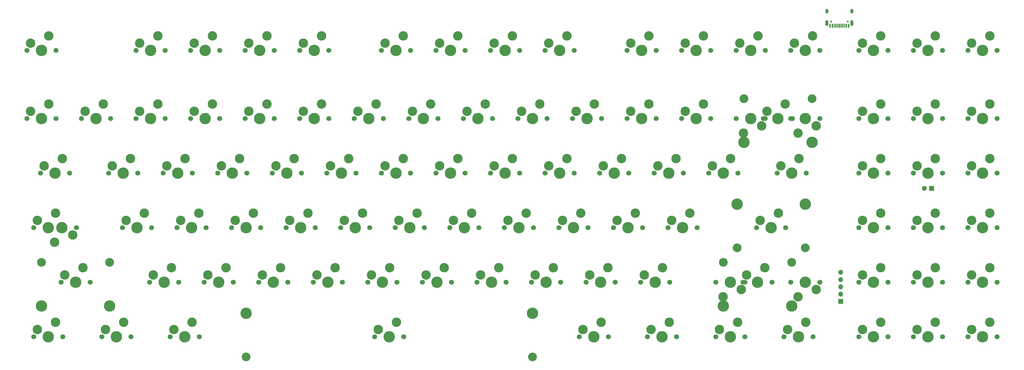
<source format=gbr>
%TF.GenerationSoftware,KiCad,Pcbnew,(6.0.6)*%
%TF.CreationDate,2023-03-24T21:40:06+11:00*%
%TF.ProjectId,fuyu,66757975-2e6b-4696-9361-645f70636258,rev?*%
%TF.SameCoordinates,Original*%
%TF.FileFunction,Soldermask,Top*%
%TF.FilePolarity,Negative*%
%FSLAX46Y46*%
G04 Gerber Fmt 4.6, Leading zero omitted, Abs format (unit mm)*
G04 Created by KiCad (PCBNEW (6.0.6)) date 2023-03-24 21:40:06*
%MOMM*%
%LPD*%
G01*
G04 APERTURE LIST*
%ADD10C,3.987800*%
%ADD11C,3.048000*%
%ADD12O,1.000000X1.600000*%
%ADD13O,1.000000X2.100000*%
%ADD14R,0.600000X1.450000*%
%ADD15R,0.300000X1.450000*%
%ADD16C,0.650000*%
%ADD17R,1.700000X1.700000*%
%ADD18O,1.700000X1.700000*%
%ADD19C,3.300000*%
%ADD20C,1.750000*%
G04 APERTURE END LIST*
D10*
%TO.C,S4*%
X238125000Y-89217500D03*
D11*
X261937500Y-73977500D03*
X238125000Y-73977500D03*
D10*
X261937500Y-89217500D03*
%TD*%
D11*
%TO.C,S3*%
X23812500Y-73977500D03*
D10*
X23812500Y-89217500D03*
D11*
X0Y-73977500D03*
D10*
X0Y-89217500D03*
%TD*%
D11*
%TO.C,S1*%
X245268750Y-16827500D03*
D10*
X245268750Y-32067500D03*
X269081250Y-32067500D03*
D11*
X269081250Y-16827500D03*
%TD*%
%TO.C,S5*%
X171450000Y-106997500D03*
X71437500Y-106997500D03*
D10*
X71437500Y-91757500D03*
X171450000Y-91757500D03*
%TD*%
D12*
%TO.C,J2*%
X274286250Y13750000D03*
D13*
X282926250Y9570000D03*
D12*
X282926250Y13750000D03*
D13*
X274286250Y9570000D03*
D14*
X281856250Y8655000D03*
X281056250Y8655000D03*
D15*
X280356250Y8655000D03*
X279356250Y8655000D03*
X277856250Y8655000D03*
X276856250Y8655000D03*
D14*
X276156250Y8655000D03*
X275356250Y8655000D03*
X275356250Y8655000D03*
X276156250Y8655000D03*
D15*
X277356250Y8655000D03*
X278356250Y8655000D03*
X278856250Y8655000D03*
X279856250Y8655000D03*
D14*
X281056250Y8655000D03*
X281856250Y8655000D03*
D16*
X275716250Y10100000D03*
X281496250Y10100000D03*
%TD*%
D11*
%TO.C,S2*%
X242887500Y-68897500D03*
X266700000Y-68897500D03*
D10*
X242887500Y-53657500D03*
X266700000Y-53657500D03*
%TD*%
D17*
%TO.C,J1*%
X279110000Y-87620000D03*
D18*
X279110000Y-85080000D03*
X279110000Y-82540000D03*
X279110000Y-80000000D03*
X279110000Y-77460000D03*
%TD*%
D19*
%TO.C,SW92*%
X195421250Y-94932500D03*
X189071250Y-97472500D03*
D20*
X197961250Y-100012500D03*
D10*
X192881250Y-100012500D03*
D20*
X187801250Y-100012500D03*
%TD*%
D19*
%TO.C,SW67*%
X257333750Y-56832500D03*
X250983750Y-59372500D03*
D10*
X254793750Y-61912500D03*
D20*
X259873750Y-61912500D03*
X249713750Y-61912500D03*
%TD*%
D19*
%TO.C,SW96*%
X293052500Y-94932500D03*
X286702500Y-97472500D03*
D20*
X285432500Y-100012500D03*
D10*
X290512500Y-100012500D03*
D20*
X295592500Y-100012500D03*
%TD*%
D19*
%TO.C,SW86*%
X312102500Y-75882500D03*
X305752500Y-78422500D03*
D20*
X314642500Y-80962500D03*
D10*
X309562500Y-80962500D03*
D20*
X304482500Y-80962500D03*
%TD*%
D19*
%TO.C,SW29*%
X212090000Y-18732500D03*
X205740000Y-21272500D03*
D20*
X214630000Y-23812500D03*
D10*
X209550000Y-23812500D03*
D20*
X204470000Y-23812500D03*
%TD*%
D19*
%TO.C,SW42*%
X107315000Y-37782500D03*
X100965000Y-40322500D03*
D20*
X109855000Y-42862500D03*
D10*
X104775000Y-42862500D03*
D20*
X99695000Y-42862500D03*
%TD*%
D19*
%TO.C,SW3*%
X40640000Y5080000D03*
X34290000Y2540000D03*
D10*
X38100000Y0D03*
D20*
X33020000Y0D03*
X43180000Y0D03*
%TD*%
D19*
%TO.C,SW11*%
X212090000Y5080000D03*
X205740000Y2540000D03*
D20*
X204470000Y0D03*
X214630000Y0D03*
D10*
X209550000Y0D03*
%TD*%
D19*
%TO.C,SW28*%
X193040000Y-18732500D03*
X186690000Y-21272500D03*
D10*
X190500000Y-23812500D03*
D20*
X195580000Y-23812500D03*
X185420000Y-23812500D03*
%TD*%
D19*
%TO.C,SW35*%
X312102500Y-18732500D03*
X305752500Y-21272500D03*
D20*
X304482500Y-23812500D03*
D10*
X309562500Y-23812500D03*
D20*
X314642500Y-23812500D03*
%TD*%
D19*
%TO.C,SW36*%
X331152500Y-18732500D03*
X324802500Y-21272500D03*
D20*
X333692500Y-23812500D03*
D10*
X328612500Y-23812500D03*
D20*
X323532500Y-23812500D03*
%TD*%
D19*
%TO.C,SW12*%
X231140000Y5080000D03*
X224790000Y2540000D03*
D20*
X233680000Y0D03*
X223520000Y0D03*
D10*
X228600000Y0D03*
%TD*%
D19*
%TO.C,SW59*%
X93027500Y-56832500D03*
X86677500Y-59372500D03*
D10*
X90487500Y-61912500D03*
D20*
X95567500Y-61912500D03*
X85407500Y-61912500D03*
%TD*%
D19*
%TO.C,SW72*%
X45402500Y-75882500D03*
X39052500Y-78422500D03*
D20*
X47942500Y-80962500D03*
D10*
X42862500Y-80962500D03*
D20*
X37782500Y-80962500D03*
%TD*%
D19*
%TO.C,SW9*%
X164465000Y5080000D03*
X158115000Y2540000D03*
D20*
X156845000Y0D03*
X167005000Y0D03*
D10*
X161925000Y0D03*
%TD*%
D19*
%TO.C,SW69*%
X312102500Y-56832500D03*
X305752500Y-59372500D03*
D20*
X304482500Y-61912500D03*
X314642500Y-61912500D03*
D10*
X309562500Y-61912500D03*
%TD*%
D19*
%TO.C,SW87*%
X331152500Y-75882500D03*
X324802500Y-78422500D03*
D20*
X333692500Y-80962500D03*
X323532500Y-80962500D03*
D10*
X328612500Y-80962500D03*
%TD*%
D19*
%TO.C,SW48*%
X221615000Y-37782500D03*
X215265000Y-40322500D03*
D10*
X219075000Y-42862500D03*
D20*
X224155000Y-42862500D03*
X213995000Y-42862500D03*
%TD*%
D19*
%TO.C,SW40*%
X69215000Y-37782500D03*
X62865000Y-40322500D03*
D20*
X61595000Y-42862500D03*
X71755000Y-42862500D03*
D10*
X66675000Y-42862500D03*
%TD*%
D19*
%TO.C,SW17*%
X331152500Y5080000D03*
X324802500Y2540000D03*
D10*
X328612500Y0D03*
D20*
X333692500Y0D03*
X323532500Y0D03*
%TD*%
D19*
%TO.C,SW7*%
X126365000Y5080000D03*
X120015000Y2540000D03*
D10*
X123825000Y0D03*
D20*
X118745000Y0D03*
X128905000Y0D03*
%TD*%
D19*
%TO.C,SW26*%
X154940000Y-18732500D03*
X148590000Y-21272500D03*
D10*
X152400000Y-23812500D03*
D20*
X157480000Y-23812500D03*
X147320000Y-23812500D03*
%TD*%
D19*
%TO.C,SW30*%
X231140000Y-18732500D03*
X224790000Y-21272500D03*
D10*
X228600000Y-23812500D03*
D20*
X223520000Y-23812500D03*
X233680000Y-23812500D03*
%TD*%
D19*
%TO.C,SW93*%
X219233750Y-94932500D03*
X212883750Y-97472500D03*
D20*
X211613750Y-100012500D03*
D10*
X216693750Y-100012500D03*
D20*
X221773750Y-100012500D03*
%TD*%
D19*
%TO.C,SW14*%
X269240000Y5080000D03*
X262890000Y2540000D03*
D20*
X271780000Y0D03*
X261620000Y0D03*
D10*
X266700000Y0D03*
%TD*%
D19*
%TO.C,SW64*%
X188277500Y-56832500D03*
X181927500Y-59372500D03*
D20*
X180657500Y-61912500D03*
X190817500Y-61912500D03*
D10*
X185737500Y-61912500D03*
%TD*%
D19*
%TO.C,SW94*%
X243046250Y-94932500D03*
X236696250Y-97472500D03*
D10*
X240506250Y-100012500D03*
D20*
X245586250Y-100012500D03*
X235426250Y-100012500D03*
%TD*%
D19*
%TO.C,SW24*%
X116840000Y-18732500D03*
X110490000Y-21272500D03*
D20*
X109220000Y-23812500D03*
D10*
X114300000Y-23812500D03*
D20*
X119380000Y-23812500D03*
%TD*%
D19*
%TO.C,SW88*%
X4921250Y-94932500D03*
X-1428750Y-97472500D03*
D10*
X2381250Y-100012500D03*
D20*
X7461250Y-100012500D03*
X-2698750Y-100012500D03*
%TD*%
D19*
%TO.C,SW75*%
X102552500Y-75882500D03*
X96202500Y-78422500D03*
D10*
X100012500Y-80962500D03*
D20*
X94932500Y-80962500D03*
X105092500Y-80962500D03*
%TD*%
D19*
%TO.C,SW52*%
X312102500Y-37782500D03*
X305752500Y-40322500D03*
D10*
X309562500Y-42862500D03*
D20*
X304482500Y-42862500D03*
X314642500Y-42862500D03*
%TD*%
D19*
%TO.C,SW60*%
X112077500Y-56832500D03*
X105727500Y-59372500D03*
D20*
X104457500Y-61912500D03*
X114617500Y-61912500D03*
D10*
X109537500Y-61912500D03*
%TD*%
D19*
%TO.C,SW37*%
X7302500Y-37782500D03*
X952500Y-40322500D03*
D20*
X-317500Y-42862500D03*
X9842500Y-42862500D03*
D10*
X4762500Y-42862500D03*
%TD*%
D19*
%TO.C,SW61*%
X131127500Y-56832500D03*
X124777500Y-59372500D03*
D10*
X128587500Y-61912500D03*
D20*
X123507500Y-61912500D03*
X133667500Y-61912500D03*
%TD*%
D19*
%TO.C,SW34*%
X293052500Y-18732500D03*
X286702500Y-21272500D03*
D20*
X285432500Y-23812500D03*
D10*
X290512500Y-23812500D03*
D20*
X295592500Y-23812500D03*
%TD*%
D19*
%TO.C,SW31*%
X245110000Y-28892500D03*
X251460000Y-26352500D03*
D20*
X252730000Y-23812500D03*
X242570000Y-23812500D03*
D10*
X247650000Y-23812500D03*
%TD*%
D19*
%TO.C,SW43*%
X126365000Y-37782500D03*
X120015000Y-40322500D03*
D10*
X123825000Y-42862500D03*
D20*
X128905000Y-42862500D03*
X118745000Y-42862500D03*
%TD*%
D19*
%TO.C,SW5*%
X78740000Y5080000D03*
X72390000Y2540000D03*
D10*
X76200000Y0D03*
D20*
X71120000Y0D03*
X81280000Y0D03*
%TD*%
D19*
%TO.C,SW70*%
X331152500Y-56832500D03*
X324802500Y-59372500D03*
D20*
X323532500Y-61912500D03*
D10*
X328612500Y-61912500D03*
D20*
X333692500Y-61912500D03*
%TD*%
D19*
%TO.C,SW73*%
X64452500Y-75882500D03*
X58102500Y-78422500D03*
D10*
X61912500Y-80962500D03*
D20*
X56832500Y-80962500D03*
X66992500Y-80962500D03*
%TD*%
D19*
%TO.C,SW81*%
X216852500Y-75882500D03*
X210502500Y-78422500D03*
D20*
X209232500Y-80962500D03*
X219392500Y-80962500D03*
D10*
X214312500Y-80962500D03*
%TD*%
D19*
%TO.C,SW49*%
X240665000Y-37782500D03*
X234315000Y-40322500D03*
D10*
X238125000Y-42862500D03*
D20*
X243205000Y-42862500D03*
X233045000Y-42862500D03*
%TD*%
D19*
%TO.C,SW89*%
X28733750Y-94932500D03*
X22383750Y-97472500D03*
D20*
X21113750Y-100012500D03*
D10*
X26193750Y-100012500D03*
D20*
X31273750Y-100012500D03*
%TD*%
D19*
%TO.C,SW57*%
X54927500Y-56832500D03*
X48577500Y-59372500D03*
D20*
X47307500Y-61912500D03*
X57467500Y-61912500D03*
D10*
X52387500Y-61912500D03*
%TD*%
D19*
%TO.C,SW74*%
X83502500Y-75882500D03*
X77152500Y-78422500D03*
D20*
X75882500Y-80962500D03*
D10*
X80962500Y-80962500D03*
D20*
X86042500Y-80962500D03*
%TD*%
D19*
%TO.C,SW32*%
X259715000Y-18732500D03*
X253365000Y-21272500D03*
D10*
X257175000Y-23812500D03*
D20*
X252095000Y-23812500D03*
X262255000Y-23812500D03*
%TD*%
D19*
%TO.C,SW79*%
X178752500Y-75882500D03*
X172402500Y-78422500D03*
D20*
X181292500Y-80962500D03*
D10*
X176212500Y-80962500D03*
D20*
X171132500Y-80962500D03*
%TD*%
D19*
%TO.C,SW55*%
X4603750Y-66992500D03*
X10953750Y-64452500D03*
D20*
X2063750Y-61912500D03*
D10*
X7143750Y-61912500D03*
D20*
X12223750Y-61912500D03*
%TD*%
D19*
%TO.C,SW65*%
X207327500Y-56832500D03*
X200977500Y-59372500D03*
D20*
X199707500Y-61912500D03*
X209867500Y-61912500D03*
D10*
X204787500Y-61912500D03*
%TD*%
D19*
%TO.C,SW22*%
X78740000Y-18732500D03*
X72390000Y-21272500D03*
D20*
X81280000Y-23812500D03*
D10*
X76200000Y-23812500D03*
D20*
X71120000Y-23812500D03*
%TD*%
D19*
%TO.C,SW4*%
X59690000Y5080000D03*
X53340000Y2540000D03*
D10*
X57150000Y0D03*
D20*
X52070000Y0D03*
X62230000Y0D03*
%TD*%
D19*
%TO.C,SW83*%
X252571250Y-75882500D03*
X246221250Y-78422500D03*
D20*
X244951250Y-80962500D03*
X255111250Y-80962500D03*
D10*
X250031250Y-80962500D03*
%TD*%
D19*
%TO.C,SW45*%
X164465000Y-37782500D03*
X158115000Y-40322500D03*
D20*
X167005000Y-42862500D03*
X156845000Y-42862500D03*
D10*
X161925000Y-42862500D03*
%TD*%
D19*
%TO.C,SW77*%
X140652500Y-75882500D03*
X134302500Y-78422500D03*
D10*
X138112500Y-80962500D03*
D20*
X143192500Y-80962500D03*
X133032500Y-80962500D03*
%TD*%
D19*
%TO.C,SW16*%
X312102500Y5080000D03*
X305752500Y2540000D03*
D10*
X309562500Y0D03*
D20*
X314642500Y0D03*
X304482500Y0D03*
%TD*%
D19*
%TO.C,SW98*%
X331152500Y-94932500D03*
X324802500Y-97472500D03*
D20*
X323532500Y-100012500D03*
D10*
X328612500Y-100012500D03*
D20*
X333692500Y-100012500D03*
%TD*%
D19*
%TO.C,SW58*%
X73977500Y-56832500D03*
X67627500Y-59372500D03*
D20*
X66357500Y-61912500D03*
D10*
X71437500Y-61912500D03*
D20*
X76517500Y-61912500D03*
%TD*%
D19*
%TO.C,SW78*%
X159702500Y-75882500D03*
X153352500Y-78422500D03*
D20*
X162242500Y-80962500D03*
X152082500Y-80962500D03*
D10*
X157162500Y-80962500D03*
%TD*%
D19*
%TO.C,SW47*%
X202565000Y-37782500D03*
X196215000Y-40322500D03*
D20*
X194945000Y-42862500D03*
D10*
X200025000Y-42862500D03*
D20*
X205105000Y-42862500D03*
%TD*%
D19*
%TO.C,SW25*%
X135890000Y-18732500D03*
X129540000Y-21272500D03*
D10*
X133350000Y-23812500D03*
D20*
X128270000Y-23812500D03*
X138430000Y-23812500D03*
%TD*%
D19*
%TO.C,SW44*%
X145415000Y-37782500D03*
X139065000Y-40322500D03*
D20*
X147955000Y-42862500D03*
D10*
X142875000Y-42862500D03*
D20*
X137795000Y-42862500D03*
%TD*%
D19*
%TO.C,SW13*%
X250190000Y5080000D03*
X243840000Y2540000D03*
D20*
X252730000Y0D03*
X242570000Y0D03*
D10*
X247650000Y0D03*
%TD*%
D19*
%TO.C,SW76*%
X121602500Y-75882500D03*
X115252500Y-78422500D03*
D10*
X119062500Y-80962500D03*
D20*
X124142500Y-80962500D03*
X113982500Y-80962500D03*
%TD*%
D19*
%TO.C,SW82*%
X237966250Y-86042500D03*
X244316250Y-83502500D03*
D20*
X245586250Y-80962500D03*
D10*
X240506250Y-80962500D03*
D20*
X235426250Y-80962500D03*
%TD*%
D19*
%TO.C,SW62*%
X150177500Y-56832500D03*
X143827500Y-59372500D03*
D10*
X147637500Y-61912500D03*
D20*
X152717500Y-61912500D03*
X142557500Y-61912500D03*
%TD*%
D19*
%TO.C,SW51*%
X293052500Y-37782500D03*
X286702500Y-40322500D03*
D20*
X295592500Y-42862500D03*
X285432500Y-42862500D03*
D10*
X290512500Y-42862500D03*
%TD*%
D19*
%TO.C,SW46*%
X183515000Y-37782500D03*
X177165000Y-40322500D03*
D20*
X186055000Y-42862500D03*
X175895000Y-42862500D03*
D10*
X180975000Y-42862500D03*
%TD*%
D19*
%TO.C,SW23*%
X97790000Y-18732500D03*
X91440000Y-21272500D03*
D20*
X100330000Y-23812500D03*
X90170000Y-23812500D03*
D10*
X95250000Y-23812500D03*
%TD*%
D19*
%TO.C,SW95*%
X266858750Y-94932500D03*
X260508750Y-97472500D03*
D20*
X269398750Y-100012500D03*
X259238750Y-100012500D03*
D10*
X264318750Y-100012500D03*
%TD*%
D19*
%TO.C,SW54*%
X4921250Y-56832500D03*
X-1428750Y-59372500D03*
D10*
X2381250Y-61912500D03*
D20*
X-2698750Y-61912500D03*
X7461250Y-61912500D03*
%TD*%
D19*
%TO.C,SW38*%
X31115000Y-37782500D03*
X24765000Y-40322500D03*
D20*
X23495000Y-42862500D03*
X33655000Y-42862500D03*
D10*
X28575000Y-42862500D03*
%TD*%
D19*
%TO.C,SW21*%
X59690000Y-18732500D03*
X53340000Y-21272500D03*
D20*
X62230000Y-23812500D03*
D10*
X57150000Y-23812500D03*
D20*
X52070000Y-23812500D03*
%TD*%
D19*
%TO.C,SW15*%
X293052500Y5080000D03*
X286702500Y2540000D03*
D20*
X285432500Y0D03*
X295592500Y0D03*
D10*
X290512500Y0D03*
%TD*%
D19*
%TO.C,SW80*%
X197802500Y-75882500D03*
X191452500Y-78422500D03*
D20*
X190182500Y-80962500D03*
X200342500Y-80962500D03*
D10*
X195262500Y-80962500D03*
%TD*%
D19*
%TO.C,SW8*%
X145415000Y5080000D03*
X139065000Y2540000D03*
D20*
X137795000Y0D03*
D10*
X142875000Y0D03*
D20*
X147955000Y0D03*
%TD*%
D19*
%TO.C,SW19*%
X21590000Y-18732500D03*
X15240000Y-21272500D03*
D10*
X19050000Y-23812500D03*
D20*
X24130000Y-23812500D03*
X13970000Y-23812500D03*
%TD*%
D19*
%TO.C,SW6*%
X97790000Y5080000D03*
X91440000Y2540000D03*
D20*
X90170000Y0D03*
D10*
X95250000Y0D03*
D20*
X100330000Y0D03*
%TD*%
D19*
%TO.C,SW50*%
X264477500Y-37782500D03*
X258127500Y-40322500D03*
D20*
X267017500Y-42862500D03*
D10*
X261937500Y-42862500D03*
D20*
X256857500Y-42862500D03*
%TD*%
D19*
%TO.C,SW2*%
X2540000Y5080000D03*
X-3810000Y2540000D03*
D20*
X5080000Y0D03*
X-5080000Y0D03*
D10*
X0Y0D03*
%TD*%
D19*
%TO.C,SW63*%
X169227500Y-56832500D03*
X162877500Y-59372500D03*
D20*
X171767500Y-61912500D03*
X161607500Y-61912500D03*
D10*
X166687500Y-61912500D03*
%TD*%
D19*
%TO.C,SW10*%
X183515000Y5080000D03*
X177165000Y2540000D03*
D10*
X180975000Y0D03*
D20*
X186055000Y0D03*
X175895000Y0D03*
%TD*%
D19*
%TO.C,SW71*%
X14446250Y-75882500D03*
X8096250Y-78422500D03*
D10*
X11906250Y-80962500D03*
D20*
X6826250Y-80962500D03*
X16986250Y-80962500D03*
%TD*%
D19*
%TO.C,SW33*%
X264160000Y-28892500D03*
X270510000Y-26352500D03*
D20*
X271780000Y-23812500D03*
D10*
X266700000Y-23812500D03*
D20*
X261620000Y-23812500D03*
%TD*%
D19*
%TO.C,SW91*%
X123983750Y-94932500D03*
X117633750Y-97472500D03*
D20*
X116363750Y-100012500D03*
X126523750Y-100012500D03*
D10*
X121443750Y-100012500D03*
%TD*%
D17*
%TO.C,SW1*%
X310780000Y-48225000D03*
D18*
X308240000Y-48225000D03*
%TD*%
D19*
%TO.C,SW97*%
X312102500Y-94932500D03*
X305752500Y-97472500D03*
D20*
X314642500Y-100012500D03*
X304482500Y-100012500D03*
D10*
X309562500Y-100012500D03*
%TD*%
D19*
%TO.C,SW66*%
X226377500Y-56832500D03*
X220027500Y-59372500D03*
D10*
X223837500Y-61912500D03*
D20*
X228917500Y-61912500D03*
X218757500Y-61912500D03*
%TD*%
D19*
%TO.C,SW56*%
X35877500Y-56832500D03*
X29527500Y-59372500D03*
D10*
X33337500Y-61912500D03*
D20*
X28257500Y-61912500D03*
X38417500Y-61912500D03*
%TD*%
D19*
%TO.C,SW84*%
X264160000Y-86042500D03*
X270510000Y-83502500D03*
D20*
X261620000Y-80962500D03*
D10*
X266700000Y-80962500D03*
D20*
X271780000Y-80962500D03*
%TD*%
D19*
%TO.C,SW39*%
X50165000Y-37782500D03*
X43815000Y-40322500D03*
D10*
X47625000Y-42862500D03*
D20*
X52705000Y-42862500D03*
X42545000Y-42862500D03*
%TD*%
D19*
%TO.C,SW20*%
X40640000Y-18732500D03*
X34290000Y-21272500D03*
D10*
X38100000Y-23812500D03*
D20*
X43180000Y-23812500D03*
X33020000Y-23812500D03*
%TD*%
D19*
%TO.C,SW68*%
X293052500Y-56832500D03*
X286702500Y-59372500D03*
D20*
X285432500Y-61912500D03*
D10*
X290512500Y-61912500D03*
D20*
X295592500Y-61912500D03*
%TD*%
D19*
%TO.C,SW18*%
X2540000Y-18732500D03*
X-3810000Y-21272500D03*
D20*
X5080000Y-23812500D03*
D10*
X0Y-23812500D03*
D20*
X-5080000Y-23812500D03*
%TD*%
D19*
%TO.C,SW90*%
X52546250Y-94932500D03*
X46196250Y-97472500D03*
D20*
X44926250Y-100012500D03*
X55086250Y-100012500D03*
D10*
X50006250Y-100012500D03*
%TD*%
D19*
%TO.C,SW53*%
X331152500Y-37782500D03*
X324802500Y-40322500D03*
D20*
X333692500Y-42862500D03*
X323532500Y-42862500D03*
D10*
X328612500Y-42862500D03*
%TD*%
D19*
%TO.C,SW27*%
X173990000Y-18732500D03*
X167640000Y-21272500D03*
D20*
X176530000Y-23812500D03*
X166370000Y-23812500D03*
D10*
X171450000Y-23812500D03*
%TD*%
D19*
%TO.C,SW41*%
X88265000Y-37782500D03*
X81915000Y-40322500D03*
D20*
X90805000Y-42862500D03*
D10*
X85725000Y-42862500D03*
D20*
X80645000Y-42862500D03*
%TD*%
D19*
%TO.C,SW85*%
X293052500Y-75882500D03*
X286702500Y-78422500D03*
D20*
X295592500Y-80962500D03*
X285432500Y-80962500D03*
D10*
X290512500Y-80962500D03*
%TD*%
M02*

</source>
